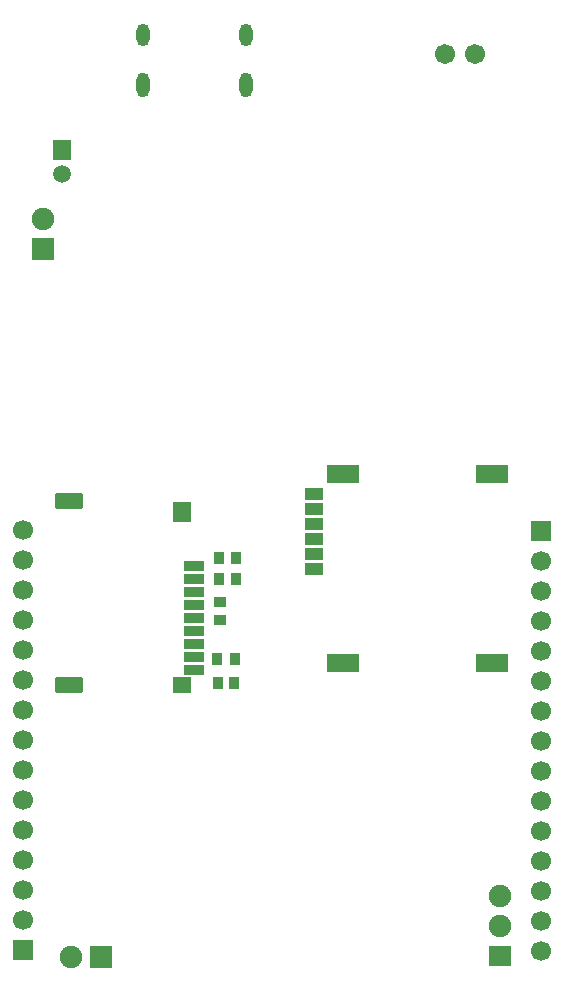
<source format=gbs>
G04 Layer: BottomSolderMaskLayer*
G04 EasyEDA v6.5.54, 2026-02-06 19:08:49*
G04 4cf94d710e704693a343972755933389,ab8ce68afc924fbca291fda1b5b5a17a,10*
G04 Gerber Generator version 0.2*
G04 Scale: 100 percent, Rotated: No, Reflected: No *
G04 Dimensions in millimeters *
G04 leading zeros omitted , absolute positions ,4 integer and 5 decimal *
%FSLAX45Y45*%
%MOMM*%

%AMMACRO1*4,1,8,-0.6911,-0.5008,-0.7208,-0.471,-0.7208,0.4711,-0.6911,0.5008,0.691,0.5008,0.7208,0.4711,0.7208,-0.471,0.691,-0.5008,-0.6911,-0.5008,0*%
%AMMACRO2*4,1,8,-1.3261,-0.7258,-1.3558,-0.696,-1.3558,0.696,-1.3261,0.7258,1.326,0.7258,1.3558,0.696,1.3558,-0.696,1.326,-0.7258,-1.3261,-0.7258,0*%
%AMMACRO3*4,1,8,-0.8211,-0.4008,-0.8508,-0.371,-0.8508,0.3711,-0.8211,0.4008,0.821,0.4008,0.8508,0.3711,0.8508,-0.371,0.821,-0.4008,-0.8211,-0.4008,0*%
%AMMACRO4*4,1,8,-0.7711,-0.6508,-0.8008,-0.621,-0.8008,0.6211,-0.7711,0.6508,0.771,0.6508,0.8008,0.6211,0.8008,-0.621,0.771,-0.6508,-0.7711,-0.6508,0*%
%AMMACRO5*4,1,8,-1.1211,-0.6508,-1.1508,-0.621,-1.1508,0.6211,-1.1211,0.6508,1.121,0.6508,1.1508,0.6211,1.1508,-0.621,1.121,-0.6508,-1.1211,-0.6508,0*%
%AMMACRO6*4,1,8,-0.7711,-0.8508,-0.8008,-0.821,-0.8008,0.8211,-0.7711,0.8508,0.771,0.8508,0.8008,0.8211,0.8008,-0.821,0.771,-0.8508,-0.7711,-0.8508,0*%
%AMMACRO7*4,1,8,-0.4211,-0.5008,-0.4508,-0.471,-0.4508,0.4711,-0.4211,0.5008,0.421,0.5008,0.4508,0.4711,0.4508,-0.471,0.421,-0.5008,-0.4211,-0.5008,0*%
%AMMACRO8*4,1,8,-0.4243,-0.4828,-0.454,-0.453,-0.454,0.4531,-0.4243,0.4828,0.4243,0.4828,0.454,0.4531,0.454,-0.453,0.4243,-0.4828,-0.4243,-0.4828,0*%
%AMMACRO9*4,1,8,-0.4531,-0.454,-0.4828,-0.4243,-0.4828,0.4243,-0.4531,0.454,0.453,0.454,0.4828,0.4243,0.4828,-0.4243,0.453,-0.454,-0.4531,-0.454,0*%
%AMMACRO10*4,1,8,-0.7207,-0.812,-0.75,-0.7827,-0.75,0.7827,-0.7207,0.812,0.7207,0.812,0.75,0.7827,0.75,-0.7827,0.7207,-0.812,-0.7207,-0.812,0*%
%AMMACRO11*4,1,8,-0.9211,-0.9508,-0.9508,-0.921,-0.9508,0.9211,-0.9211,0.9508,0.921,0.9508,0.9508,0.9211,0.9508,-0.921,0.921,-0.9508,-0.9211,-0.9508,0*%
%AMMACRO12*4,1,8,-0.8207,-0.85,-0.85,-0.8207,-0.85,0.8207,-0.8207,0.85,0.8207,0.85,0.85,0.8207,0.85,-0.8207,0.8207,-0.85,-0.8207,-0.85,0*%
%AMMACRO13*4,1,8,-0.9211,-0.8382,-0.9508,-0.8084,-0.9508,0.8085,-0.9211,0.8382,0.921,0.8382,0.9508,0.8085,0.9508,-0.8084,0.921,-0.8382,-0.9211,-0.8382,0*%
%ADD10MACRO1*%
%ADD11MACRO2*%
%ADD12MACRO3*%
%ADD13MACRO4*%
%ADD14MACRO5*%
%ADD15MACRO6*%
%ADD16MACRO7*%
%ADD17MACRO8*%
%ADD18MACRO9*%
%ADD19C,0.0113*%
%ADD20MACRO10*%
%ADD21C,1.5000*%
%ADD22C,1.9016*%
%ADD23MACRO11*%
%ADD24O,1.101598X2.101596*%
%ADD25O,1.101598X1.901596*%
%ADD26C,1.7016*%
%ADD27MACRO12*%
%ADD28C,1.7000*%
%ADD29MACRO13*%

%LPD*%
D10*
G01*
X3461143Y-483591D03*
G01*
X3461143Y-737591D03*
G01*
X3461143Y-991591D03*
G01*
X3461143Y-356591D03*
G01*
X3461143Y-610591D03*
G01*
X3461143Y-864591D03*
D11*
G01*
X3711638Y-192601D03*
G01*
X4971656Y-192601D03*
G01*
X3711613Y-1788598D03*
G01*
X4971605Y-1788598D03*
D12*
G01*
X2447696Y-1738807D03*
G01*
X2447696Y-1628805D03*
G01*
X2447696Y-1518805D03*
G01*
X2447696Y-1408805D03*
G01*
X2447696Y-1298806D03*
G01*
X2447696Y-1188806D03*
G01*
X2447696Y-1078806D03*
G01*
X2447696Y-968806D03*
G01*
X2447698Y-1848810D03*
D13*
G01*
X2347691Y-1973806D03*
D14*
G01*
X1387701Y-1973806D03*
G01*
X1387698Y-413801D03*
D15*
G01*
X2347701Y-508800D03*
D16*
G01*
X2647800Y-1955800D03*
G01*
X2787799Y-1955800D03*
D17*
G01*
X2655175Y-1079500D03*
G01*
X2805824Y-1079500D03*
G01*
X2655175Y-901700D03*
G01*
X2805824Y-901700D03*
D18*
G01*
X2667000Y-1270875D03*
G01*
X2667000Y-1421524D03*
D17*
G01*
X2793124Y-1752600D03*
G01*
X2642475Y-1752600D03*
D20*
G01*
X1333423Y2551099D03*
D21*
G01*
X1333423Y2351100D03*
D22*
G01*
X1168400Y1968500D03*
D23*
G01*
X1168400Y1714500D03*
D24*
G01*
X2883154Y3106978D03*
G01*
X2019147Y3106953D03*
D25*
G01*
X2019147Y3526967D03*
G01*
X2883154Y3526967D03*
D26*
G01*
X4823993Y3365500D03*
G01*
X4574006Y3365500D03*
D27*
G01*
X5384801Y-673101D03*
D28*
G01*
X5384800Y-927100D03*
G01*
X5384800Y-1181100D03*
G01*
X5384800Y-1435100D03*
G01*
X5384800Y-1689100D03*
G01*
X5384800Y-1943100D03*
G01*
X5384800Y-2197100D03*
G01*
X5384800Y-2451100D03*
G01*
X5384800Y-2705100D03*
G01*
X5384800Y-2959100D03*
G01*
X5384800Y-3213100D03*
G01*
X5384800Y-3467100D03*
G01*
X5384800Y-3721100D03*
G01*
X5384800Y-3975100D03*
G01*
X5384800Y-4229100D03*
D27*
G01*
X1003301Y-4216401D03*
D28*
G01*
X1003300Y-3962400D03*
G01*
X1003300Y-3708400D03*
G01*
X1003300Y-3454400D03*
G01*
X1003300Y-3200400D03*
G01*
X1003300Y-2946400D03*
G01*
X1003300Y-2692400D03*
G01*
X1003300Y-2438400D03*
G01*
X1003300Y-2184400D03*
G01*
X1003300Y-1930400D03*
G01*
X1003300Y-1676400D03*
G01*
X1003300Y-1422400D03*
G01*
X1003300Y-1168400D03*
G01*
X1003300Y-914400D03*
G01*
X1003300Y-660400D03*
D22*
G01*
X5041900Y-3759200D03*
G01*
X5041900Y-4013200D03*
D29*
G01*
X5041900Y-4267200D03*
D22*
G01*
X1409700Y-4279900D03*
D23*
G01*
X1663700Y-4279900D03*
M02*

</source>
